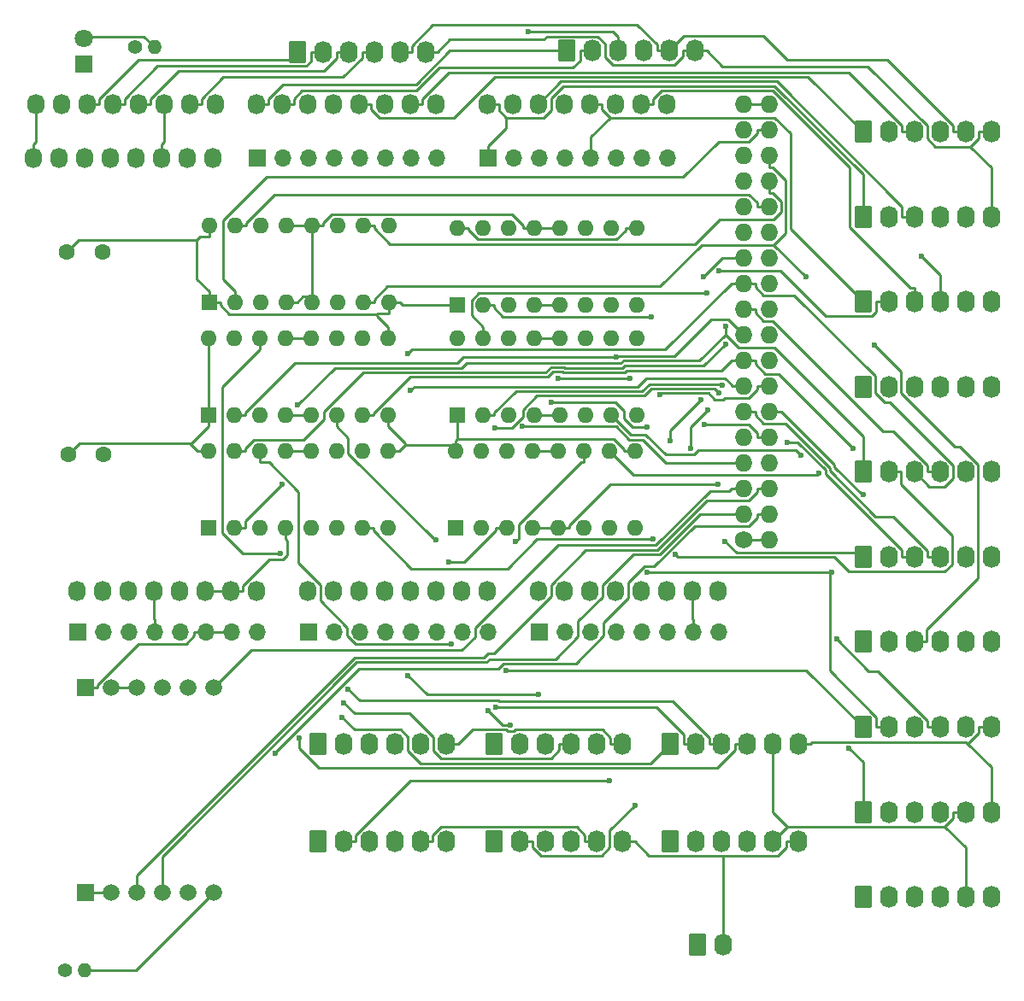
<source format=gbr>
G04 #@! TF.GenerationSoftware,KiCad,Pcbnew,7.0.9*
G04 #@! TF.CreationDate,2024-01-20T11:08:54+10:00*
G04 #@! TF.ProjectId,Front Console 12 Stepper,46726f6e-7420-4436-9f6e-736f6c652031,rev?*
G04 #@! TF.SameCoordinates,Original*
G04 #@! TF.FileFunction,Copper,L1,Top*
G04 #@! TF.FilePolarity,Positive*
%FSLAX46Y46*%
G04 Gerber Fmt 4.6, Leading zero omitted, Abs format (unit mm)*
G04 Created by KiCad (PCBNEW 7.0.9) date 2024-01-20 11:08:54*
%MOMM*%
%LPD*%
G01*
G04 APERTURE LIST*
G04 Aperture macros list*
%AMRoundRect*
0 Rectangle with rounded corners*
0 $1 Rounding radius*
0 $2 $3 $4 $5 $6 $7 $8 $9 X,Y pos of 4 corners*
0 Add a 4 corners polygon primitive as box body*
4,1,4,$2,$3,$4,$5,$6,$7,$8,$9,$2,$3,0*
0 Add four circle primitives for the rounded corners*
1,1,$1+$1,$2,$3*
1,1,$1+$1,$4,$5*
1,1,$1+$1,$6,$7*
1,1,$1+$1,$8,$9*
0 Add four rect primitives between the rounded corners*
20,1,$1+$1,$2,$3,$4,$5,0*
20,1,$1+$1,$4,$5,$6,$7,0*
20,1,$1+$1,$6,$7,$8,$9,0*
20,1,$1+$1,$8,$9,$2,$3,0*%
G04 Aperture macros list end*
G04 #@! TA.AperFunction,ComponentPad*
%ADD10C,1.727200*%
G04 #@! TD*
G04 #@! TA.AperFunction,ComponentPad*
%ADD11O,1.727200X1.727200*%
G04 #@! TD*
G04 #@! TA.AperFunction,ComponentPad*
%ADD12O,1.727200X2.032000*%
G04 #@! TD*
G04 #@! TA.AperFunction,ComponentPad*
%ADD13R,1.800000X1.800000*%
G04 #@! TD*
G04 #@! TA.AperFunction,ComponentPad*
%ADD14C,1.800000*%
G04 #@! TD*
G04 #@! TA.AperFunction,ComponentPad*
%ADD15RoundRect,0.250000X-0.620000X-0.845000X0.620000X-0.845000X0.620000X0.845000X-0.620000X0.845000X0*%
G04 #@! TD*
G04 #@! TA.AperFunction,ComponentPad*
%ADD16O,1.740000X2.190000*%
G04 #@! TD*
G04 #@! TA.AperFunction,ComponentPad*
%ADD17R,1.700000X1.700000*%
G04 #@! TD*
G04 #@! TA.AperFunction,ComponentPad*
%ADD18O,1.700000X1.700000*%
G04 #@! TD*
G04 #@! TA.AperFunction,ComponentPad*
%ADD19R,1.600000X1.600000*%
G04 #@! TD*
G04 #@! TA.AperFunction,ComponentPad*
%ADD20O,1.600000X1.600000*%
G04 #@! TD*
G04 #@! TA.AperFunction,ComponentPad*
%ADD21C,1.400000*%
G04 #@! TD*
G04 #@! TA.AperFunction,ComponentPad*
%ADD22O,1.400000X1.400000*%
G04 #@! TD*
G04 #@! TA.AperFunction,ComponentPad*
%ADD23C,1.600000*%
G04 #@! TD*
G04 #@! TA.AperFunction,ComponentPad*
%ADD24R,1.665000X1.665000*%
G04 #@! TD*
G04 #@! TA.AperFunction,ComponentPad*
%ADD25C,1.665000*%
G04 #@! TD*
G04 #@! TA.AperFunction,ViaPad*
%ADD26C,0.600000*%
G04 #@! TD*
G04 #@! TA.AperFunction,Conductor*
%ADD27C,0.250000*%
G04 #@! TD*
G04 APERTURE END LIST*
D10*
X197358000Y-114046000D03*
D11*
X199898000Y-114046000D03*
X197358000Y-111506000D03*
X199898000Y-111506000D03*
X197358000Y-108966000D03*
X199898000Y-108966000D03*
X197358000Y-106426000D03*
X199898000Y-106426000D03*
X197358000Y-103886000D03*
X199898000Y-103886000D03*
X197358000Y-101346000D03*
X199898000Y-101346000D03*
X197358000Y-98806000D03*
X199898000Y-98806000D03*
X197358000Y-96266000D03*
X199898000Y-96266000D03*
X197358000Y-93726000D03*
X199898000Y-93726000D03*
X197358000Y-91186000D03*
X199898000Y-91186000D03*
X197358000Y-88646000D03*
X199898000Y-88646000D03*
X197358000Y-86106000D03*
X199898000Y-86106000D03*
X197358000Y-83566000D03*
X199898000Y-83566000D03*
X197358000Y-81026000D03*
X199898000Y-81026000D03*
X197358000Y-78486000D03*
X199898000Y-78486000D03*
X197358000Y-75946000D03*
X199898000Y-75946000D03*
X197358000Y-73406000D03*
X199898000Y-73406000D03*
X197358000Y-70866000D03*
X199898000Y-70866000D03*
D12*
X131318000Y-119126000D03*
X133858000Y-119126000D03*
X136398000Y-119126000D03*
X138938000Y-119126000D03*
X141478000Y-119126000D03*
X144018000Y-119126000D03*
X146558000Y-119126000D03*
X149098000Y-119126000D03*
X177038000Y-119126000D03*
X179578000Y-119126000D03*
X182118000Y-119126000D03*
X184658000Y-119126000D03*
X187198000Y-119126000D03*
X189738000Y-119126000D03*
X192278000Y-119126000D03*
X194818000Y-119126000D03*
X127254000Y-70866000D03*
X129794000Y-70866000D03*
X132334000Y-70866000D03*
X134874000Y-70866000D03*
X137414000Y-70866000D03*
X139954000Y-70866000D03*
X142494000Y-70866000D03*
X145034000Y-70866000D03*
X149098000Y-70866000D03*
X151638000Y-70866000D03*
X154178000Y-70866000D03*
X156718000Y-70866000D03*
X159258000Y-70866000D03*
X161798000Y-70866000D03*
X164338000Y-70866000D03*
X166878000Y-70866000D03*
X171958000Y-70866000D03*
X174498000Y-70866000D03*
X177038000Y-70866000D03*
X179578000Y-70866000D03*
X182118000Y-70866000D03*
X184658000Y-70866000D03*
X187198000Y-70866000D03*
X189738000Y-70866000D03*
D13*
X131978400Y-66903600D03*
D14*
X131978400Y-64363600D03*
D15*
X153162000Y-65684400D03*
D16*
X155702000Y-65684400D03*
X158242000Y-65684400D03*
X160782000Y-65684400D03*
X163322000Y-65684400D03*
X165862000Y-65684400D03*
D17*
X172085000Y-76200000D03*
D18*
X174625000Y-76200000D03*
X177165000Y-76200000D03*
X179705000Y-76200000D03*
X182245000Y-76200000D03*
X184785000Y-76200000D03*
X187325000Y-76200000D03*
X189865000Y-76200000D03*
D15*
X209194400Y-115753900D03*
D16*
X211734400Y-115753900D03*
X214274400Y-115753900D03*
X216814400Y-115753900D03*
X219354400Y-115753900D03*
X221894400Y-115753900D03*
D15*
X209194400Y-98904000D03*
D16*
X211734400Y-98904000D03*
X214274400Y-98904000D03*
X216814400Y-98904000D03*
X219354400Y-98904000D03*
X221894400Y-98904000D03*
D17*
X149225000Y-76200000D03*
D18*
X151765000Y-76200000D03*
X154305000Y-76200000D03*
X156845000Y-76200000D03*
X159385000Y-76200000D03*
X161925000Y-76200000D03*
X164465000Y-76200000D03*
X167005000Y-76200000D03*
D19*
X144373600Y-112877600D03*
D20*
X146913600Y-112877600D03*
X149453600Y-112877600D03*
X151993600Y-112877600D03*
X154533600Y-112877600D03*
X157073600Y-112877600D03*
X159613600Y-112877600D03*
X162153600Y-112877600D03*
X162153600Y-105257600D03*
X159613600Y-105257600D03*
X157073600Y-105257600D03*
X154533600Y-105257600D03*
X151993600Y-105257600D03*
X149453600Y-105257600D03*
X146913600Y-105257600D03*
X144373600Y-105257600D03*
D15*
X172694600Y-143916400D03*
D16*
X175234600Y-143916400D03*
X177774600Y-143916400D03*
X180314600Y-143916400D03*
X182854600Y-143916400D03*
X185394600Y-143916400D03*
D17*
X154305000Y-123190000D03*
D18*
X156845000Y-123190000D03*
X159385000Y-123190000D03*
X161925000Y-123190000D03*
X164465000Y-123190000D03*
X167005000Y-123190000D03*
X169545000Y-123190000D03*
X172085000Y-123190000D03*
D15*
X155244800Y-143916400D03*
D16*
X157784800Y-143916400D03*
X160324800Y-143916400D03*
X162864800Y-143916400D03*
X165404800Y-143916400D03*
X167944800Y-143916400D03*
D15*
X155244800Y-134315200D03*
D16*
X157784800Y-134315200D03*
X160324800Y-134315200D03*
X162864800Y-134315200D03*
X165404800Y-134315200D03*
X167944800Y-134315200D03*
D21*
X137109200Y-65227200D03*
D22*
X139009200Y-65227200D03*
D15*
X179832000Y-65582800D03*
D16*
X182372000Y-65582800D03*
X184912000Y-65582800D03*
X187452000Y-65582800D03*
X189992000Y-65582800D03*
X192532000Y-65582800D03*
D23*
X130454400Y-105613200D03*
X133954400Y-105613200D03*
D19*
X168859200Y-112877600D03*
D20*
X171399200Y-112877600D03*
X173939200Y-112877600D03*
X176479200Y-112877600D03*
X179019200Y-112877600D03*
X181559200Y-112877600D03*
X184099200Y-112877600D03*
X186639200Y-112877600D03*
X186639200Y-105257600D03*
X184099200Y-105257600D03*
X181559200Y-105257600D03*
X179019200Y-105257600D03*
X176479200Y-105257600D03*
X173939200Y-105257600D03*
X171399200Y-105257600D03*
X168859200Y-105257600D03*
D12*
X154178000Y-119126000D03*
X156718000Y-119126000D03*
X159258000Y-119126000D03*
X161798000Y-119126000D03*
X164338000Y-119126000D03*
X166878000Y-119126000D03*
X169418000Y-119126000D03*
X171958000Y-119126000D03*
D21*
X130180000Y-156718000D03*
D22*
X132080000Y-156718000D03*
D15*
X209194400Y-141028700D03*
D16*
X211734400Y-141028700D03*
X214274400Y-141028700D03*
X216814400Y-141028700D03*
X219354400Y-141028700D03*
X221894400Y-141028700D03*
D15*
X209194400Y-90479100D03*
D16*
X211734400Y-90479100D03*
X214274400Y-90479100D03*
X216814400Y-90479100D03*
X219354400Y-90479100D03*
X221894400Y-90479100D03*
D15*
X190093600Y-134315200D03*
D16*
X192633600Y-134315200D03*
X195173600Y-134315200D03*
X197713600Y-134315200D03*
X200253600Y-134315200D03*
X202793600Y-134315200D03*
D15*
X192786000Y-154228800D03*
D16*
X195326000Y-154228800D03*
D19*
X169011600Y-90779600D03*
D20*
X171551600Y-90779600D03*
X174091600Y-90779600D03*
X176631600Y-90779600D03*
X179171600Y-90779600D03*
X181711600Y-90779600D03*
X184251600Y-90779600D03*
X186791600Y-90779600D03*
X186791600Y-83159600D03*
X184251600Y-83159600D03*
X181711600Y-83159600D03*
X179171600Y-83159600D03*
X176631600Y-83159600D03*
X174091600Y-83159600D03*
X171551600Y-83159600D03*
X169011600Y-83159600D03*
D19*
X169011600Y-101701600D03*
D20*
X171551600Y-101701600D03*
X174091600Y-101701600D03*
X176631600Y-101701600D03*
X179171600Y-101701600D03*
X181711600Y-101701600D03*
X184251600Y-101701600D03*
X186791600Y-101701600D03*
X186791600Y-94081600D03*
X184251600Y-94081600D03*
X181711600Y-94081600D03*
X179171600Y-94081600D03*
X176631600Y-94081600D03*
X174091600Y-94081600D03*
X171551600Y-94081600D03*
X169011600Y-94081600D03*
D15*
X209194400Y-82054100D03*
D16*
X211734400Y-82054100D03*
X214274400Y-82054100D03*
X216814400Y-82054100D03*
X219354400Y-82054100D03*
X221894400Y-82054100D03*
D24*
X132181600Y-149047200D03*
D25*
X134721600Y-149047200D03*
X137261600Y-149047200D03*
X139801600Y-149047200D03*
X142341600Y-149047200D03*
X144881600Y-149047200D03*
D24*
X132181600Y-128727200D03*
D25*
X134721600Y-128727200D03*
X137261600Y-128727200D03*
X139801600Y-128727200D03*
X142341600Y-128727200D03*
X144881600Y-128727200D03*
D15*
X209194400Y-124178800D03*
D16*
X211734400Y-124178800D03*
X214274400Y-124178800D03*
X216814400Y-124178800D03*
X219354400Y-124178800D03*
X221894400Y-124178800D03*
D23*
X130352800Y-85496400D03*
X133852800Y-85496400D03*
D12*
X127000000Y-76200000D03*
X129540000Y-76200000D03*
X132080000Y-76200000D03*
X134620000Y-76200000D03*
X137160000Y-76200000D03*
X139700000Y-76200000D03*
X142240000Y-76200000D03*
X144780000Y-76200000D03*
D15*
X190093600Y-143916400D03*
D16*
X192633600Y-143916400D03*
X195173600Y-143916400D03*
X197713600Y-143916400D03*
X200253600Y-143916400D03*
X202793600Y-143916400D03*
D15*
X172694600Y-134315200D03*
D16*
X175234600Y-134315200D03*
X177774600Y-134315200D03*
X180314600Y-134315200D03*
X182854600Y-134315200D03*
X185394600Y-134315200D03*
D17*
X177165000Y-123190000D03*
D18*
X179705000Y-123190000D03*
X182245000Y-123190000D03*
X184785000Y-123190000D03*
X187325000Y-123190000D03*
X189865000Y-123190000D03*
X192405000Y-123190000D03*
X194945000Y-123190000D03*
D15*
X209194400Y-73629200D03*
D16*
X211734400Y-73629200D03*
X214274400Y-73629200D03*
X216814400Y-73629200D03*
X219354400Y-73629200D03*
X221894400Y-73629200D03*
D15*
X209194400Y-132603700D03*
D16*
X211734400Y-132603700D03*
X214274400Y-132603700D03*
X216814400Y-132603700D03*
X219354400Y-132603700D03*
X221894400Y-132603700D03*
D19*
X144424400Y-90525600D03*
D20*
X146964400Y-90525600D03*
X149504400Y-90525600D03*
X152044400Y-90525600D03*
X154584400Y-90525600D03*
X157124400Y-90525600D03*
X159664400Y-90525600D03*
X162204400Y-90525600D03*
X162204400Y-82905600D03*
X159664400Y-82905600D03*
X157124400Y-82905600D03*
X154584400Y-82905600D03*
X152044400Y-82905600D03*
X149504400Y-82905600D03*
X146964400Y-82905600D03*
X144424400Y-82905600D03*
D19*
X144373600Y-101701600D03*
D20*
X146913600Y-101701600D03*
X149453600Y-101701600D03*
X151993600Y-101701600D03*
X154533600Y-101701600D03*
X157073600Y-101701600D03*
X159613600Y-101701600D03*
X162153600Y-101701600D03*
X162153600Y-94081600D03*
X159613600Y-94081600D03*
X157073600Y-94081600D03*
X154533600Y-94081600D03*
X151993600Y-94081600D03*
X149453600Y-94081600D03*
X146913600Y-94081600D03*
X144373600Y-94081600D03*
D15*
X209194400Y-149453600D03*
D16*
X211734400Y-149453600D03*
X214274400Y-149453600D03*
X216814400Y-149453600D03*
X219354400Y-149453600D03*
X221894400Y-149453600D03*
D17*
X131445000Y-123190000D03*
D18*
X133985000Y-123190000D03*
X136525000Y-123190000D03*
X139065000Y-123190000D03*
X141605000Y-123190000D03*
X144145000Y-123190000D03*
X146685000Y-123190000D03*
X149225000Y-123190000D03*
D15*
X209194400Y-107328900D03*
D16*
X211734400Y-107328900D03*
X214274400Y-107328900D03*
X216814400Y-107328900D03*
X219354400Y-107328900D03*
X221894400Y-107328900D03*
D26*
X194863100Y-108586800D03*
X176032800Y-63676200D03*
X214948400Y-85989200D03*
X194900500Y-87376000D03*
X150998300Y-135237600D03*
X195226500Y-98711500D03*
X207826100Y-134737100D03*
X203033700Y-105678900D03*
X189077000Y-99693200D03*
X193736300Y-89625500D03*
X209197100Y-109610500D03*
X173842400Y-126994000D03*
X206101600Y-117317800D03*
X187817900Y-117317800D03*
X204833900Y-107467000D03*
X206592700Y-123909500D03*
X172719900Y-102971600D03*
X194942200Y-99534500D03*
X203518900Y-87998700D03*
X210292300Y-94744300D03*
X201719100Y-104369800D03*
X164395100Y-99231700D03*
X208223400Y-105007100D03*
X184735000Y-95941100D03*
X195556600Y-114200800D03*
X195617700Y-94641300D03*
X164115300Y-95580500D03*
X188397800Y-113973100D03*
X193170500Y-100143500D03*
X190598700Y-115508500D03*
X193409000Y-87979600D03*
X190128700Y-104212300D03*
X153175600Y-100718500D03*
X195574700Y-92880800D03*
X151652500Y-108556500D03*
X188234000Y-91923500D03*
X193525200Y-102666100D03*
X175464000Y-102827000D03*
X168180500Y-116240300D03*
X184124500Y-137937700D03*
X174794900Y-114256000D03*
X157589600Y-131649900D03*
X172859300Y-130628200D03*
X158207900Y-128844700D03*
X153326000Y-133726700D03*
X186593800Y-140396000D03*
X187772500Y-102847200D03*
X178292500Y-100437900D03*
X192089300Y-104976800D03*
X193808800Y-101176200D03*
X186119600Y-98049600D03*
X178965600Y-98049600D03*
X172055100Y-130993800D03*
X166904300Y-114065000D03*
X174298200Y-132421300D03*
X177028400Y-129425500D03*
X164100700Y-127510500D03*
X157776700Y-130216700D03*
X151462900Y-115375300D03*
X168450500Y-124392100D03*
D27*
X131978400Y-64363600D02*
X132180800Y-64161200D01*
X132180800Y-64161200D02*
X137943200Y-64161200D01*
X137943200Y-64161200D02*
X139009200Y-65227200D01*
X154584400Y-82905600D02*
X154584400Y-89400300D01*
X147746900Y-118632000D02*
X150378300Y-116000600D01*
X133339400Y-128437600D02*
X137411700Y-124365300D01*
X175506300Y-83159600D02*
X175506300Y-82878300D01*
X151993600Y-94081600D02*
X154533600Y-94081600D01*
X155709700Y-82624200D02*
X155709700Y-82905600D01*
X176631600Y-90779600D02*
X179171600Y-90779600D01*
X175506300Y-82878300D02*
X174408300Y-81780300D01*
X180144500Y-112877600D02*
X180144500Y-112596300D01*
X156553600Y-81780300D02*
X155709700Y-82624200D01*
X154533600Y-101701600D02*
X151993600Y-101701600D01*
X179171600Y-101701600D02*
X176631600Y-101701600D01*
X153732400Y-89962900D02*
X153169700Y-90525600D01*
X147746900Y-119126000D02*
X147746900Y-118632000D01*
X133339400Y-128727200D02*
X133339400Y-128437600D01*
X154584400Y-90525600D02*
X154584400Y-89962900D01*
X176631600Y-94081600D02*
X179171600Y-94081600D01*
X180144500Y-112596300D02*
X184154000Y-108586800D01*
X152154600Y-114163900D02*
X151993600Y-114002900D01*
X144145000Y-123190000D02*
X142969700Y-123190000D01*
X151993600Y-112877600D02*
X151993600Y-114002900D01*
X179171600Y-83159600D02*
X176631600Y-83159600D01*
X154584400Y-89962900D02*
X154584400Y-89400300D01*
X134721600Y-149047200D02*
X132181600Y-149047200D01*
X154584400Y-82905600D02*
X155709700Y-82905600D01*
X152044400Y-82905600D02*
X154584400Y-82905600D01*
X144018000Y-119126000D02*
X146558000Y-119126000D01*
X142161800Y-124365300D02*
X142969700Y-123557400D01*
X152154600Y-115568000D02*
X152154600Y-114163900D01*
X174408300Y-81780300D02*
X156553600Y-81780300D01*
X151722000Y-116000600D02*
X152154600Y-115568000D01*
X179019200Y-105257600D02*
X176479200Y-105257600D01*
X146685000Y-123190000D02*
X144145000Y-123190000D01*
X176479200Y-112877600D02*
X179019200Y-112877600D01*
X132181600Y-128727200D02*
X133339400Y-128727200D01*
X137411700Y-124365300D02*
X142161800Y-124365300D01*
X142969700Y-123557400D02*
X142969700Y-123190000D01*
X176631600Y-83159600D02*
X175506300Y-83159600D01*
X152044400Y-90525600D02*
X153169700Y-90525600D01*
X184154000Y-108586800D02*
X194863100Y-108586800D01*
X151993600Y-105257600D02*
X154533600Y-105257600D01*
X199898000Y-114046000D02*
X197358000Y-114046000D01*
X179019200Y-112877600D02*
X180144500Y-112877600D01*
X146558000Y-119126000D02*
X147746900Y-119126000D01*
X150378300Y-116000600D02*
X151722000Y-116000600D01*
X154584400Y-89962900D02*
X153732400Y-89962900D01*
X186639200Y-105257600D02*
X185513900Y-105257600D01*
X131486300Y-84362900D02*
X143228400Y-84362900D01*
X143560400Y-84030900D02*
X143228400Y-84362900D01*
X143228400Y-88204300D02*
X144424400Y-89400300D01*
X185666300Y-83159600D02*
X185666300Y-83427100D01*
X131612000Y-104455600D02*
X130454400Y-105613200D01*
X185513900Y-105060400D02*
X185513900Y-105257600D01*
X161042700Y-91687300D02*
X161079100Y-91650900D01*
X161079100Y-91650900D02*
X162204400Y-91650900D01*
X146430100Y-91687300D02*
X161042700Y-91687300D01*
X186791600Y-83159600D02*
X185666300Y-83159600D01*
X144424400Y-89962900D02*
X144424400Y-90525600D01*
X163841600Y-104694900D02*
X163278900Y-105257600D01*
X145549700Y-90806900D02*
X146430100Y-91687300D01*
X169011600Y-104093100D02*
X184546600Y-104093100D01*
X162204400Y-90525600D02*
X163329700Y-90525600D01*
X168859200Y-105257600D02*
X168859200Y-104694900D01*
X144424400Y-82905600D02*
X144424400Y-84030900D01*
X161042700Y-91845400D02*
X162153600Y-92956300D01*
X169011600Y-102826900D02*
X169011600Y-104093100D01*
X163583700Y-90779600D02*
X163329700Y-90525600D01*
X184546600Y-104093100D02*
X185513900Y-105060400D01*
X144373600Y-105257600D02*
X143248300Y-105257600D01*
X142446300Y-104455600D02*
X131612000Y-104455600D01*
X162204400Y-90525600D02*
X162204400Y-91650900D01*
X162153600Y-105257600D02*
X163278900Y-105257600D01*
X130352800Y-85496400D02*
X131486300Y-84362900D01*
X170136900Y-83354400D02*
X170136900Y-83159600D01*
X169011600Y-101701600D02*
X169011600Y-102826900D01*
X161042700Y-91687300D02*
X161042700Y-91845400D01*
X171071300Y-84288800D02*
X170136900Y-83354400D01*
X163841600Y-104694900D02*
X163841600Y-104514900D01*
X168859200Y-104694900D02*
X168859200Y-104245500D01*
X163841600Y-104514900D02*
X162153600Y-102826900D01*
X144424400Y-90525600D02*
X145549700Y-90525600D01*
X162153600Y-101701600D02*
X162153600Y-102826900D01*
X144373600Y-102826900D02*
X142595600Y-104604900D01*
X143228400Y-84362900D02*
X143228400Y-88204300D01*
X144373600Y-101701600D02*
X144373600Y-102826900D01*
X185666300Y-83427100D02*
X184804600Y-84288800D01*
X168859200Y-104694900D02*
X163841600Y-104694900D01*
X169011600Y-83159600D02*
X170136900Y-83159600D01*
X142595600Y-104604900D02*
X142446300Y-104455600D01*
X184804600Y-84288800D02*
X171071300Y-84288800D01*
X144424400Y-89962900D02*
X144424400Y-89400300D01*
X143248300Y-105257600D02*
X142595600Y-104604900D01*
X144424400Y-84030900D02*
X143560400Y-84030900D01*
X144373600Y-101701600D02*
X144373600Y-94081600D01*
X162153600Y-94081600D02*
X162153600Y-92956300D01*
X169011600Y-90779600D02*
X163583700Y-90779600D01*
X168859200Y-104245500D02*
X169011600Y-104093100D01*
X145549700Y-90525600D02*
X145549700Y-90806900D01*
X207765000Y-67717500D02*
X213079100Y-73031600D01*
X165526900Y-70866000D02*
X165526900Y-70345900D01*
X168155300Y-67717500D02*
X207765000Y-67717500D01*
X214274400Y-73629200D02*
X213079100Y-73629200D01*
X213079100Y-73031600D02*
X213079100Y-73629200D01*
X164338000Y-70866000D02*
X165526900Y-70866000D01*
X165526900Y-70345900D02*
X168155300Y-67717500D01*
X200689000Y-68618100D02*
X213079100Y-81008200D01*
X214274400Y-82054100D02*
X213079100Y-82054100D01*
X213079100Y-81008200D02*
X213079100Y-82054100D01*
X179285900Y-68618100D02*
X200689000Y-68618100D01*
X177038000Y-70866000D02*
X179285900Y-68618100D01*
X173855600Y-72207400D02*
X177576200Y-72207400D01*
X209194400Y-77830500D02*
X209194400Y-82054100D01*
X200432300Y-69068400D02*
X209194400Y-77830500D01*
X173855600Y-72207400D02*
X173855600Y-73254100D01*
X173146900Y-71498700D02*
X173855600Y-72207400D01*
X178308000Y-71475600D02*
X178308000Y-70294400D01*
X179534000Y-69068400D02*
X200432300Y-69068400D01*
X172085000Y-76200000D02*
X172085000Y-75024700D01*
X173146900Y-70866000D02*
X173146900Y-71498700D01*
X177576200Y-72207400D02*
X178308000Y-71475600D01*
X178308000Y-70294400D02*
X179534000Y-69068400D01*
X171958000Y-70866000D02*
X173146900Y-70866000D01*
X173855600Y-73254100D02*
X172085000Y-75024700D01*
X164967400Y-68906800D02*
X168291400Y-65582800D01*
X151726000Y-68906800D02*
X164967400Y-68906800D01*
X168291400Y-65582800D02*
X179832000Y-65582800D01*
X150286900Y-70345900D02*
X151726000Y-68906800D01*
X150286900Y-70866000D02*
X150286900Y-70345900D01*
X149098000Y-70866000D02*
X150286900Y-70866000D01*
X139065000Y-123190000D02*
X139065000Y-122014700D01*
X137261600Y-128727200D02*
X134721600Y-128727200D01*
X138938000Y-121887700D02*
X138938000Y-119126000D01*
X139065000Y-122014700D02*
X138938000Y-121887700D01*
X137414000Y-70866000D02*
X138602900Y-70866000D01*
X157046700Y-65684400D02*
X157046700Y-66282000D01*
X155772700Y-67556000D02*
X141392800Y-67556000D01*
X141392800Y-67556000D02*
X138602900Y-70345900D01*
X138602900Y-70345900D02*
X138602900Y-70866000D01*
X158242000Y-65684400D02*
X157046700Y-65684400D01*
X157046700Y-66282000D02*
X155772700Y-67556000D01*
X154506700Y-65684400D02*
X154506700Y-66655600D01*
X136062900Y-70345900D02*
X136062900Y-70866000D01*
X139303200Y-67105600D02*
X136062900Y-70345900D01*
X154506700Y-66655600D02*
X154056700Y-67105600D01*
X134874000Y-70866000D02*
X136062900Y-70866000D01*
X154056700Y-67105600D02*
X139303200Y-67105600D01*
X155702000Y-65684400D02*
X154506700Y-65684400D01*
X137415000Y-66453800D02*
X133522900Y-70345900D01*
X133522900Y-70345900D02*
X133522900Y-70866000D01*
X132334000Y-70866000D02*
X133522900Y-70866000D01*
X152392600Y-66453800D02*
X137415000Y-66453800D01*
X153162000Y-65684400D02*
X152392600Y-66453800D01*
X160446900Y-70866000D02*
X160446900Y-71386100D01*
X203733000Y-68167800D02*
X209194400Y-73629200D01*
X160446900Y-71386100D02*
X161291900Y-72231100D01*
X161291900Y-72231100D02*
X168648200Y-72231100D01*
X172711500Y-68167800D02*
X203733000Y-68167800D01*
X168648200Y-72231100D02*
X172711500Y-68167800D01*
X159258000Y-70866000D02*
X160446900Y-70866000D01*
X184425700Y-63676200D02*
X184912000Y-64162500D01*
X184912000Y-65582800D02*
X184912000Y-64162500D01*
X176032800Y-63676200D02*
X184425700Y-63676200D01*
X164986500Y-69524600D02*
X167244000Y-67267100D01*
X153648200Y-69524600D02*
X164986500Y-69524600D01*
X167244000Y-67267100D02*
X180463600Y-67267100D01*
X182372000Y-65582800D02*
X181176700Y-65582800D01*
X151638000Y-70866000D02*
X152826900Y-70866000D01*
X181176700Y-66554000D02*
X181176700Y-65582800D01*
X152826900Y-70866000D02*
X152826900Y-70345900D01*
X180463600Y-67267100D02*
X181176700Y-66554000D01*
X152826900Y-70345900D02*
X153648200Y-69524600D01*
X214948400Y-85989200D02*
X216814400Y-87855200D01*
X216814400Y-87855200D02*
X216814400Y-90479100D01*
X207907600Y-83079200D02*
X213887200Y-89058800D01*
X214274400Y-90479100D02*
X214274400Y-89058800D01*
X200245700Y-69518700D02*
X207907600Y-77180600D01*
X207907600Y-77180600D02*
X207907600Y-83079200D01*
X188386900Y-70866000D02*
X188386900Y-70345900D01*
X187198000Y-70866000D02*
X188386900Y-70866000D01*
X213887200Y-89058800D02*
X214274400Y-89058800D01*
X189214100Y-69518700D02*
X200245700Y-69518700D01*
X188386900Y-70345900D02*
X189214100Y-69518700D01*
X201011400Y-87376000D02*
X205535800Y-91900400D01*
X211734400Y-90479100D02*
X210539100Y-90479100D01*
X194900500Y-87376000D02*
X201011400Y-87376000D01*
X210539100Y-91450300D02*
X210539100Y-90479100D01*
X210089000Y-91900400D02*
X210539100Y-91450300D01*
X205535800Y-91900400D02*
X210089000Y-91900400D01*
X193064900Y-111506000D02*
X189049300Y-115521600D01*
X197358000Y-111506000D02*
X196169100Y-111506000D01*
X171881300Y-126209600D02*
X159055400Y-126209600D01*
X183388000Y-118551000D02*
X183388000Y-119726200D01*
X183388000Y-119726200D02*
X180975000Y-122139200D01*
X186417400Y-115521600D02*
X183388000Y-118551000D01*
X180975000Y-123669700D02*
X178753400Y-125891300D01*
X139801600Y-145463400D02*
X139801600Y-149047200D01*
X180975000Y-122139200D02*
X180975000Y-123669700D01*
X196169100Y-111506000D02*
X193064900Y-111506000D01*
X189049300Y-115521600D02*
X186417400Y-115521600D01*
X172199600Y-125891300D02*
X171881300Y-126209600D01*
X178753400Y-125891300D02*
X172199600Y-125891300D01*
X159055400Y-126209600D02*
X139801600Y-145463400D01*
X198709100Y-111506000D02*
X198709100Y-111877700D01*
X150998300Y-135127300D02*
X150998300Y-135237600D01*
X173583400Y-126348000D02*
X173046300Y-126885100D01*
X198709100Y-111877700D02*
X197891800Y-112695000D01*
X185928000Y-118323400D02*
X185928000Y-119842600D01*
X173046300Y-126885100D02*
X159240500Y-126885100D01*
X192512800Y-112695000D02*
X188515300Y-116692500D01*
X187558900Y-116692500D02*
X185928000Y-118323400D01*
X159240500Y-126885100D02*
X150998300Y-135127300D01*
X188515300Y-116692500D02*
X187558900Y-116692500D01*
X183515000Y-123582400D02*
X180749400Y-126348000D01*
X185928000Y-119842600D02*
X183515000Y-122255600D01*
X183515000Y-122255600D02*
X183515000Y-123582400D01*
X180749400Y-126348000D02*
X173583400Y-126348000D01*
X199898000Y-111506000D02*
X198709100Y-111506000D01*
X197891800Y-112695000D02*
X192512800Y-112695000D01*
X199898000Y-70866000D02*
X197358000Y-70866000D01*
X188698700Y-114598400D02*
X194085000Y-109212100D01*
X169470200Y-125017400D02*
X170815000Y-123672600D01*
X194085000Y-109212100D02*
X195923000Y-109212100D01*
X178998300Y-114598400D02*
X188698700Y-114598400D01*
X195923000Y-109212100D02*
X196169100Y-108966000D01*
X144881600Y-128727200D02*
X148591400Y-125017400D01*
X197358000Y-108966000D02*
X196169100Y-108966000D01*
X170815000Y-123672600D02*
X170815000Y-122781700D01*
X170815000Y-122781700D02*
X178998300Y-114598400D01*
X148591400Y-125017400D02*
X169470200Y-125017400D01*
X172052100Y-125309000D02*
X172688900Y-125309000D01*
X198709100Y-109337600D02*
X198709100Y-108966000D01*
X171602000Y-125759100D02*
X172052100Y-125309000D01*
X181758900Y-115071200D02*
X188862800Y-115071200D01*
X137261600Y-149047200D02*
X137261600Y-147342600D01*
X178308000Y-119689900D02*
X178308000Y-118522100D01*
X199898000Y-108966000D02*
X198709100Y-108966000D01*
X197891800Y-110154900D02*
X198709100Y-109337600D01*
X137261600Y-147342600D02*
X158845100Y-125759100D01*
X193779100Y-110154900D02*
X197891800Y-110154900D01*
X178308000Y-118522100D02*
X181758900Y-115071200D01*
X188862800Y-115071200D02*
X193779100Y-110154900D01*
X172688900Y-125309000D02*
X178308000Y-119689900D01*
X158845100Y-125759100D02*
X171602000Y-125759100D01*
X137210800Y-156718000D02*
X132080000Y-156718000D01*
X144881600Y-149047200D02*
X137210800Y-156718000D01*
X182118000Y-70866000D02*
X183306900Y-70866000D01*
X183306900Y-70866000D02*
X183306900Y-71386100D01*
X200424200Y-72216900D02*
X201999900Y-73792600D01*
X183306900Y-71386100D02*
X184137700Y-72216900D01*
X201999900Y-83284600D02*
X209194400Y-90479100D01*
X184137700Y-72216900D02*
X200424200Y-72216900D01*
X182245000Y-76200000D02*
X182245000Y-74109600D01*
X182245000Y-74109600D02*
X184137700Y-72216900D01*
X201999900Y-73792600D02*
X201999900Y-83284600D01*
X211637500Y-66510000D02*
X201738000Y-66510000D01*
X163322000Y-65684400D02*
X164517300Y-65684400D01*
X218159100Y-73629200D02*
X218159100Y-73031600D01*
X186834400Y-63022900D02*
X166581100Y-63022900D01*
X165404800Y-143916400D02*
X166600100Y-143916400D01*
X201674100Y-142495900D02*
X200253600Y-141075400D01*
X219354400Y-141028700D02*
X218159100Y-141028700D01*
X219354400Y-73629200D02*
X218159100Y-73629200D01*
X166581100Y-63022900D02*
X164517300Y-65086700D01*
X200253600Y-141075400D02*
X200253600Y-134315200D01*
X182854600Y-143916400D02*
X181659300Y-143916400D01*
X164517300Y-65086700D02*
X164517300Y-65684400D01*
X217289500Y-142495900D02*
X219354400Y-144560800D01*
X217289500Y-142495900D02*
X201674100Y-142495900D01*
X180830400Y-142489900D02*
X167428900Y-142489900D01*
X167428900Y-142489900D02*
X166600100Y-143318700D01*
X218159100Y-141626300D02*
X217289500Y-142495900D01*
X219354400Y-144560800D02*
X219354400Y-149453600D01*
X201674100Y-142495900D02*
X200253600Y-143916400D01*
X201738000Y-66510000D02*
X199358900Y-64130900D01*
X218159100Y-73031600D02*
X211637500Y-66510000D01*
X188796700Y-64985200D02*
X186834400Y-63022900D01*
X181659300Y-143318800D02*
X180830400Y-142489900D01*
X188796700Y-65582800D02*
X188796700Y-64985200D01*
X189992000Y-65582800D02*
X188796700Y-65582800D01*
X166600100Y-143318700D02*
X166600100Y-143916400D01*
X218159100Y-141028700D02*
X218159100Y-141626300D01*
X199358900Y-64130900D02*
X191443900Y-64130900D01*
X191443900Y-64130900D02*
X189992000Y-65582800D01*
X181659300Y-143916400D02*
X181659300Y-143318800D01*
X200764700Y-145347600D02*
X195326000Y-145347600D01*
X201598300Y-143916400D02*
X201598300Y-144514000D01*
X184410300Y-67015200D02*
X183642000Y-66246900D01*
X188021100Y-145347600D02*
X186589900Y-143916400D01*
X220699100Y-133201300D02*
X219585200Y-134315200D01*
X195326000Y-145347600D02*
X188021100Y-145347600D01*
X185394600Y-143916400D02*
X186589900Y-143916400D01*
X215544400Y-74300000D02*
X216326200Y-75081800D01*
X204192300Y-134111800D02*
X203988900Y-134315200D01*
X177600300Y-64489100D02*
X168252600Y-64489100D01*
X192532000Y-65582800D02*
X193727300Y-65582800D01*
X190501900Y-67015200D02*
X184410300Y-67015200D01*
X174039200Y-133046600D02*
X174587600Y-133046600D01*
X185394600Y-134315200D02*
X184199300Y-134315200D01*
X182893200Y-64153900D02*
X177935500Y-64153900D01*
X221894400Y-82054100D02*
X221894400Y-77132100D01*
X221894400Y-77132100D02*
X219844100Y-75081800D01*
X215544400Y-72978600D02*
X215544400Y-74300000D01*
X221894400Y-132603700D02*
X220699100Y-132603700D01*
X220699100Y-132603700D02*
X220699100Y-133201300D01*
X193727300Y-65582800D02*
X195263800Y-67119300D01*
X219844100Y-75081800D02*
X220699100Y-74226800D01*
X220699100Y-74226800D02*
X220699100Y-73629200D01*
X201598300Y-144514000D02*
X200764700Y-145347600D01*
X165862000Y-65684400D02*
X167057300Y-65684400D01*
X202793600Y-134315200D02*
X203988900Y-134315200D01*
X168252600Y-64489100D02*
X167057300Y-65684400D01*
X219585200Y-134315200D02*
X221894400Y-136624400D01*
X183374500Y-132892800D02*
X184199300Y-133717600D01*
X209685100Y-67119300D02*
X215544400Y-72978600D01*
X174587600Y-133046600D02*
X174741400Y-132892800D01*
X191336700Y-66180400D02*
X190501900Y-67015200D01*
X195326000Y-145347600D02*
X195326000Y-154228800D01*
X167944800Y-134315200D02*
X169140100Y-134315200D01*
X173877700Y-132885100D02*
X174039200Y-133046600D01*
X195263800Y-67119300D02*
X209685100Y-67119300D01*
X202793600Y-143916400D02*
X201598300Y-143916400D01*
X174741400Y-132892800D02*
X183374500Y-132892800D01*
X183642000Y-64902700D02*
X182893200Y-64153900D01*
X191336700Y-65582800D02*
X191336700Y-66180400D01*
X221894400Y-73629200D02*
X220699100Y-73629200D01*
X221894400Y-136624400D02*
X221894400Y-141028700D01*
X169140100Y-134315200D02*
X170570200Y-132885100D01*
X183642000Y-66246900D02*
X183642000Y-64902700D01*
X170570200Y-132885100D02*
X173877700Y-132885100D01*
X192532000Y-65582800D02*
X191336700Y-65582800D01*
X219381800Y-134111800D02*
X204192300Y-134111800D01*
X177935500Y-64153900D02*
X177600300Y-64489100D01*
X184199300Y-133717600D02*
X184199300Y-134315200D01*
X219585200Y-134315200D02*
X219381800Y-134111800D01*
X216326200Y-75081800D02*
X219844100Y-75081800D01*
X127000000Y-74858700D02*
X127254000Y-74604700D01*
X127000000Y-76200000D02*
X127000000Y-74858700D01*
X127254000Y-74604700D02*
X127254000Y-70866000D01*
X142494000Y-70866000D02*
X143682900Y-70866000D01*
X159586700Y-65684400D02*
X159586700Y-66281700D01*
X143682900Y-70345900D02*
X143682900Y-70866000D01*
X157674700Y-68193700D02*
X145835100Y-68193700D01*
X160782000Y-65684400D02*
X159586700Y-65684400D01*
X145835100Y-68193700D02*
X143682900Y-70345900D01*
X159586700Y-66281700D02*
X157674700Y-68193700D01*
X139700000Y-76200000D02*
X139700000Y-74858700D01*
X139954000Y-74604700D02*
X139954000Y-70866000D01*
X139700000Y-74858700D02*
X139954000Y-74604700D01*
X195132400Y-98617400D02*
X195226500Y-98711500D01*
X172676900Y-101701600D02*
X172676900Y-101474500D01*
X188054000Y-98617400D02*
X195132400Y-98617400D01*
X209194400Y-136105400D02*
X207826100Y-134737100D01*
X187343300Y-99328100D02*
X188054000Y-98617400D01*
X174823300Y-99328100D02*
X187343300Y-99328100D01*
X171551600Y-101701600D02*
X172676900Y-101701600D01*
X172676900Y-101474500D02*
X174823300Y-99328100D01*
X209194400Y-141028700D02*
X209194400Y-136105400D01*
X184251600Y-101701600D02*
X186194600Y-103644600D01*
X186194600Y-103644600D02*
X187685500Y-103644600D01*
X189660900Y-105620000D02*
X192494900Y-105620000D01*
X192903100Y-105211800D02*
X202566600Y-105211800D01*
X202566600Y-105211800D02*
X203033700Y-105678900D01*
X187685500Y-103644600D02*
X189660900Y-105620000D01*
X192494900Y-105620000D02*
X192903100Y-105211800D01*
X198709100Y-99177500D02*
X198709100Y-98806000D01*
X193868800Y-99518100D02*
X194521800Y-100171100D01*
X195524000Y-100009800D02*
X197876800Y-100009800D01*
X197876800Y-100009800D02*
X198709100Y-99177500D01*
X199898000Y-98806000D02*
X198709100Y-98806000D01*
X189252100Y-99518100D02*
X193868800Y-99518100D01*
X189077000Y-99693200D02*
X189252100Y-99518100D01*
X194521800Y-100171100D02*
X195362700Y-100171100D01*
X195362700Y-100171100D02*
X195524000Y-100009800D01*
X171551600Y-92956300D02*
X170426300Y-91831000D01*
X170426300Y-90313300D02*
X171114100Y-89625500D01*
X206380800Y-106639900D02*
X201086900Y-101346000D01*
X171551600Y-94081600D02*
X171551600Y-92956300D01*
X199898000Y-101346000D02*
X201086900Y-101346000D01*
X209123500Y-109610500D02*
X206380800Y-106867800D01*
X209197100Y-109610500D02*
X209123500Y-109610500D01*
X170426300Y-91831000D02*
X170426300Y-90313300D01*
X206380800Y-106867800D02*
X206380800Y-106639900D01*
X171114100Y-89625500D02*
X193736300Y-89625500D01*
X209194400Y-132603700D02*
X203584700Y-126994000D01*
X203584700Y-126994000D02*
X173842400Y-126994000D01*
X205927700Y-117317800D02*
X206101600Y-117317800D01*
X210539100Y-131632500D02*
X210539100Y-132603700D01*
X205927700Y-117317800D02*
X205927700Y-127021100D01*
X205927700Y-127021100D02*
X210539100Y-131632500D01*
X211734400Y-132603700D02*
X210539100Y-132603700D01*
X187817900Y-117317800D02*
X205927700Y-117317800D01*
X184099200Y-105257600D02*
X186460200Y-107618600D01*
X204682300Y-107618600D02*
X204833900Y-107467000D01*
X186460200Y-107618600D02*
X204682300Y-107618600D01*
X209767000Y-127083800D02*
X206592700Y-123909500D01*
X175506200Y-101889500D02*
X175506200Y-101160100D01*
X176887800Y-99778500D02*
X187529800Y-99778500D01*
X172719900Y-102971600D02*
X174424100Y-102971600D01*
X174424100Y-102971600D02*
X175506200Y-101889500D01*
X187529800Y-99778500D02*
X188240500Y-99067800D01*
X175506200Y-101160100D02*
X176887800Y-99778500D01*
X188240500Y-99067800D02*
X194475500Y-99067800D01*
X215619100Y-132603700D02*
X215619100Y-132006100D01*
X215619100Y-132006100D02*
X210696800Y-127083800D01*
X216814400Y-132603700D02*
X215619100Y-132603700D01*
X194475500Y-99067800D02*
X194942200Y-99534500D01*
X210696800Y-127083800D02*
X209767000Y-127083800D01*
X197891800Y-74594900D02*
X198709100Y-73777600D01*
X145820100Y-88256000D02*
X145820100Y-82423600D01*
X145820100Y-82423600D02*
X150140900Y-78102800D01*
X146964400Y-90525600D02*
X146964400Y-89400300D01*
X146964400Y-89400300D02*
X145820100Y-88256000D01*
X198709100Y-73777600D02*
X198709100Y-73406000D01*
X150140900Y-78102800D02*
X191382300Y-78102800D01*
X194890200Y-74594900D02*
X197891800Y-74594900D01*
X199898000Y-73406000D02*
X198709100Y-73406000D01*
X191382300Y-78102800D02*
X194890200Y-74594900D01*
X160789700Y-90244300D02*
X160789700Y-90525600D01*
X199898000Y-75946000D02*
X199898000Y-77134900D01*
X201549500Y-83642700D02*
X201549500Y-78414900D01*
X200269500Y-77134900D02*
X199898000Y-77134900D01*
X201549500Y-78414900D02*
X200269500Y-77134900D01*
X200356200Y-84836000D02*
X201549500Y-83642700D01*
X162083900Y-88950100D02*
X160789700Y-90244300D01*
X203518900Y-87998700D02*
X200356200Y-84836000D01*
X193230100Y-84836000D02*
X189116000Y-88950100D01*
X200356200Y-84836000D02*
X193230100Y-84836000D01*
X189116000Y-88950100D02*
X162083900Y-88950100D01*
X159664400Y-90525600D02*
X160789700Y-90525600D01*
X212929800Y-97381800D02*
X212929800Y-99490000D01*
X218817200Y-104871200D02*
X220567900Y-106621900D01*
X218311000Y-104871200D02*
X218817200Y-104871200D01*
X214274400Y-124178800D02*
X215469700Y-124178800D01*
X200269600Y-79674900D02*
X199898000Y-79674900D01*
X192570700Y-84739600D02*
X195014300Y-82296000D01*
X201086900Y-81580300D02*
X201086900Y-80492200D01*
X201086900Y-80492200D02*
X200269600Y-79674900D01*
X162342400Y-84739600D02*
X192570700Y-84739600D01*
X212929800Y-99490000D02*
X218311000Y-104871200D01*
X195014300Y-82296000D02*
X200371200Y-82296000D01*
X220567900Y-117885300D02*
X215469700Y-122983500D01*
X160789700Y-82905600D02*
X160789700Y-83186900D01*
X220567900Y-106621900D02*
X220567900Y-117885300D01*
X199898000Y-78486000D02*
X199898000Y-79674900D01*
X215469700Y-122983500D02*
X215469700Y-124178800D01*
X160789700Y-83186900D02*
X162342400Y-84739600D01*
X210292300Y-94744300D02*
X212929800Y-97381800D01*
X200371200Y-82296000D02*
X201086900Y-81580300D01*
X159664400Y-82905600D02*
X160789700Y-82905600D01*
X150876900Y-79837100D02*
X197891800Y-79837100D01*
X146964400Y-82905600D02*
X148089700Y-82905600D01*
X148089700Y-82624300D02*
X150876900Y-79837100D01*
X198709100Y-80654400D02*
X198709100Y-81026000D01*
X199898000Y-81026000D02*
X198709100Y-81026000D01*
X197891800Y-79837100D02*
X198709100Y-80654400D01*
X148089700Y-82905600D02*
X148089700Y-82624300D01*
X215619100Y-115753900D02*
X215619100Y-115156300D01*
X216814400Y-115753900D02*
X215619100Y-115753900D01*
X215619100Y-115156300D02*
X212201900Y-111739100D01*
X198546900Y-101717600D02*
X198546900Y-101346000D01*
X210440100Y-111739100D02*
X205930500Y-107229500D01*
X197358000Y-101346000D02*
X198546900Y-101346000D01*
X205930500Y-107229500D02*
X205930500Y-106961900D01*
X212201900Y-111739100D02*
X210440100Y-111739100D01*
X205930500Y-106961900D02*
X201503500Y-102534900D01*
X199364200Y-102534900D02*
X198546900Y-101717600D01*
X201503500Y-102534900D02*
X199364200Y-102534900D01*
X213079100Y-115104200D02*
X213079100Y-115753900D01*
X202701300Y-104369800D02*
X205480200Y-107148700D01*
X187714400Y-98055000D02*
X186891700Y-98877700D01*
X164749100Y-98877700D02*
X164395100Y-99231700D01*
X205480200Y-107148700D02*
X205480200Y-107505300D01*
X197358000Y-98806000D02*
X196169100Y-98806000D01*
X186891700Y-98877700D02*
X164749100Y-98877700D01*
X196169100Y-98806000D02*
X196169100Y-98682800D01*
X201719100Y-104369800D02*
X202701300Y-104369800D01*
X196169100Y-98682800D02*
X195541300Y-98055000D01*
X214274400Y-115753900D02*
X213079100Y-115753900D01*
X195541300Y-98055000D02*
X187714400Y-98055000D01*
X205480200Y-107505300D02*
X213079100Y-115104200D01*
X177966100Y-97917300D02*
X164318900Y-97917300D01*
X197358000Y-96266000D02*
X198546900Y-96266000D01*
X200833300Y-97617000D02*
X208223400Y-105007100D01*
X179514900Y-97467000D02*
X179442300Y-97394400D01*
X197358000Y-96266000D02*
X196169100Y-96266000D01*
X195168500Y-97266600D02*
X185770800Y-97266600D01*
X185570400Y-97467000D02*
X179514900Y-97467000D01*
X196169100Y-96266000D02*
X195168500Y-97266600D01*
X198546900Y-96266000D02*
X198546900Y-96649400D01*
X199514500Y-97617000D02*
X200833300Y-97617000D01*
X164318900Y-97917300D02*
X160738900Y-101497300D01*
X185770800Y-97266600D02*
X185570400Y-97467000D01*
X160738900Y-101497300D02*
X160738900Y-101701600D01*
X159613600Y-101701600D02*
X160738900Y-101701600D01*
X179442300Y-97394400D02*
X178489000Y-97394400D01*
X178489000Y-97394400D02*
X177966100Y-97917300D01*
X198546900Y-96649400D02*
X199514500Y-97617000D01*
X197358000Y-93726000D02*
X195868300Y-92236300D01*
X190532200Y-95825900D02*
X184850200Y-95825900D01*
X184735000Y-95941100D02*
X169643700Y-95941100D01*
X146913600Y-101701600D02*
X148038900Y-101701600D01*
X169018400Y-96566400D02*
X152892800Y-96566400D01*
X169643700Y-95941100D02*
X169018400Y-96566400D01*
X196670700Y-115314900D02*
X195556600Y-114200800D01*
X208755400Y-115314900D02*
X196670700Y-115314900D01*
X194121800Y-92236300D02*
X190532200Y-95825900D01*
X148038900Y-101420300D02*
X148038900Y-101701600D01*
X195868300Y-92236300D02*
X194121800Y-92236300D01*
X152892800Y-96566400D02*
X148038900Y-101420300D01*
X209194400Y-115753900D02*
X208755400Y-115314900D01*
X184850200Y-95825900D02*
X184735000Y-95941100D01*
X148038900Y-104976200D02*
X148038900Y-105257600D01*
X199364200Y-92374900D02*
X198546900Y-91557600D01*
X159694500Y-97467000D02*
X155803600Y-101357900D01*
X179701500Y-97016700D02*
X179628900Y-96944100D01*
X211214400Y-103341100D02*
X200248200Y-92374900D01*
X197358000Y-91186000D02*
X198546900Y-91186000D01*
X178302400Y-96944100D02*
X177779500Y-97467000D01*
X195617700Y-94641300D02*
X193442800Y-96816200D01*
X193442800Y-96816200D02*
X185584300Y-96816200D01*
X215619100Y-107328900D02*
X215619100Y-106731300D01*
X216814400Y-107328900D02*
X215619100Y-107328900D01*
X153763700Y-104132300D02*
X148882800Y-104132300D01*
X185383800Y-97016700D02*
X179701500Y-97016700D01*
X215619100Y-106731300D02*
X212228900Y-103341100D01*
X155803600Y-102092400D02*
X153763700Y-104132300D01*
X212228900Y-103341100D02*
X211214400Y-103341100D01*
X200248200Y-92374900D02*
X199364200Y-92374900D01*
X198546900Y-91557600D02*
X198546900Y-91186000D01*
X185584300Y-96816200D02*
X185383800Y-97016700D01*
X177779500Y-97467000D02*
X159694500Y-97467000D01*
X146913600Y-105257600D02*
X148038900Y-105257600D01*
X148882800Y-104132300D02*
X148038900Y-104976200D01*
X179628900Y-96944100D02*
X178302400Y-96944100D01*
X155803600Y-101357900D02*
X155803600Y-102092400D01*
X164488800Y-95207000D02*
X164115300Y-95580500D01*
X199364200Y-89834900D02*
X198546900Y-89017600D01*
X217288100Y-108778700D02*
X218084400Y-107982400D01*
X211865000Y-100448200D02*
X211358000Y-100448200D01*
X210390700Y-97820300D02*
X202405300Y-89834900D01*
X218084400Y-106667600D02*
X211865000Y-100448200D01*
X196169100Y-88646000D02*
X189608100Y-95207000D01*
X202405300Y-89834900D02*
X199364200Y-89834900D01*
X214274400Y-107328900D02*
X215724200Y-108778700D01*
X197358000Y-88646000D02*
X196169100Y-88646000D01*
X198546900Y-89017600D02*
X198546900Y-88646000D01*
X189608100Y-95207000D02*
X164488800Y-95207000D01*
X197946600Y-88646000D02*
X197358000Y-88646000D01*
X197946600Y-88646000D02*
X198546900Y-88646000D01*
X210390700Y-99480900D02*
X210390700Y-97820300D01*
X211358000Y-100448200D02*
X210390700Y-99480900D01*
X218084400Y-107982400D02*
X218084400Y-106667600D01*
X215724200Y-108778700D02*
X217288100Y-108778700D01*
X190855400Y-115765200D02*
X190598700Y-115508500D01*
X159613600Y-112877600D02*
X160738900Y-112877600D01*
X211734400Y-107328900D02*
X212929700Y-107328900D01*
X193409000Y-87979600D02*
X195282600Y-86106000D01*
X206360700Y-115765200D02*
X190855400Y-115765200D01*
X217313200Y-117179500D02*
X207775000Y-117179500D01*
X190128700Y-103185300D02*
X193170500Y-100143500D01*
X174005500Y-116904600D02*
X164484600Y-116904600D01*
X195282600Y-86106000D02*
X197358000Y-86106000D01*
X176907100Y-114003000D02*
X174005500Y-116904600D01*
X160738900Y-113158900D02*
X160738900Y-112877600D01*
X188367900Y-114003000D02*
X176907100Y-114003000D01*
X164484600Y-116904600D02*
X160738900Y-113158900D01*
X212929700Y-107328900D02*
X212929700Y-108524200D01*
X212929700Y-108524200D02*
X218017000Y-113611500D01*
X190128700Y-104212300D02*
X190128700Y-103185300D01*
X188397800Y-113973100D02*
X188367900Y-114003000D01*
X207775000Y-117179500D02*
X206360700Y-115765200D01*
X218017000Y-113611500D02*
X218017000Y-116475700D01*
X218017000Y-116475700D02*
X217313200Y-117179500D01*
X156877400Y-97016700D02*
X153175600Y-100718500D01*
X200389300Y-94996000D02*
X209194400Y-103801100D01*
X179888100Y-96566400D02*
X179815500Y-96493800D01*
X169952800Y-96493800D02*
X169429900Y-97016700D01*
X209194400Y-103801100D02*
X209194400Y-107328900D01*
X196868100Y-94996000D02*
X200389300Y-94996000D01*
X185197200Y-96566400D02*
X179888100Y-96566400D01*
X195574700Y-93702600D02*
X195574700Y-92880800D01*
X179815500Y-96493800D02*
X169952800Y-96493800D01*
X185487400Y-96276200D02*
X185197200Y-96566400D01*
X146913600Y-112877600D02*
X148038900Y-112877600D01*
X151652500Y-108556500D02*
X148038900Y-112170100D01*
X169429900Y-97016700D02*
X156877400Y-97016700D01*
X193001100Y-96276200D02*
X185487400Y-96276200D01*
X195574700Y-93702600D02*
X193001100Y-96276200D01*
X195574700Y-93702600D02*
X196868100Y-94996000D01*
X148038900Y-112170100D02*
X148038900Y-112877600D01*
X171551600Y-90779600D02*
X172676900Y-90779600D01*
X172676900Y-90779600D02*
X172676900Y-91061000D01*
X172676900Y-91061000D02*
X173539400Y-91923500D01*
X173539400Y-91923500D02*
X188234000Y-91923500D01*
X198709100Y-103886000D02*
X198709100Y-103514400D01*
X197860800Y-102666100D02*
X193525200Y-102666100D01*
X199898000Y-103886000D02*
X198709100Y-103886000D01*
X198709100Y-103514400D02*
X197860800Y-102666100D01*
X189664500Y-106426000D02*
X196169100Y-106426000D01*
X187361900Y-104123400D02*
X189664500Y-106426000D01*
X184740100Y-102827000D02*
X186036500Y-104123400D01*
X197358000Y-106426000D02*
X196169100Y-106426000D01*
X186036500Y-104123400D02*
X187361900Y-104123400D01*
X175464000Y-102827000D02*
X184740100Y-102827000D01*
X192405000Y-123190000D02*
X192405000Y-122014700D01*
X192405000Y-122014700D02*
X192278000Y-121887700D01*
X192278000Y-121887700D02*
X192278000Y-119126000D01*
X169732500Y-116240300D02*
X168180500Y-116240300D01*
X172813900Y-113158900D02*
X169732500Y-116240300D01*
X173939200Y-112877600D02*
X172813900Y-112877600D01*
X172813900Y-112877600D02*
X172813900Y-113158900D01*
X158980100Y-143916400D02*
X158980100Y-143318700D01*
X158980100Y-143318700D02*
X164361100Y-137937700D01*
X164361100Y-137937700D02*
X184124500Y-137937700D01*
X157784800Y-143916400D02*
X158980100Y-143916400D01*
X181559200Y-105257600D02*
X181559200Y-106382900D01*
X181277900Y-106382900D02*
X175095000Y-112565800D01*
X175095000Y-112565800D02*
X175095000Y-113955900D01*
X181559200Y-106382900D02*
X181277900Y-106382900D01*
X175095000Y-113955900D02*
X174794900Y-114256000D01*
X163428800Y-132893800D02*
X164134800Y-133599800D01*
X164134800Y-133599800D02*
X164134800Y-135015500D01*
X157589600Y-131649900D02*
X158833500Y-132893800D01*
X188167600Y-136241200D02*
X190093600Y-134315200D01*
X165360500Y-136241200D02*
X188167600Y-136241200D01*
X164134800Y-135015500D02*
X165360500Y-136241200D01*
X158833500Y-132893800D02*
X163428800Y-132893800D01*
X188722500Y-130628200D02*
X191438300Y-133344000D01*
X172859300Y-130628200D02*
X188722500Y-130628200D01*
X192633600Y-134315200D02*
X191438300Y-134315200D01*
X191438300Y-133344000D02*
X191438300Y-134315200D01*
X173118400Y-130002900D02*
X159366100Y-130002900D01*
X173184200Y-130068700D02*
X173118400Y-130002900D01*
X190329400Y-130068700D02*
X173184200Y-130068700D01*
X193978300Y-133717600D02*
X190329400Y-130068700D01*
X193978300Y-134315200D02*
X193978300Y-133717600D01*
X159366100Y-130002900D02*
X158207900Y-128844700D01*
X195173600Y-134315200D02*
X193978300Y-134315200D01*
X196518300Y-134912800D02*
X194739500Y-136691600D01*
X155302200Y-136691600D02*
X153326000Y-134715400D01*
X197713600Y-134315200D02*
X196518300Y-134315200D01*
X196518300Y-134315200D02*
X196518300Y-134912800D01*
X194739500Y-136691600D02*
X155302200Y-136691600D01*
X153326000Y-134715400D02*
X153326000Y-133726700D01*
X176429900Y-143916400D02*
X176429900Y-144514100D01*
X177299200Y-145383400D02*
X183309100Y-145383400D01*
X175234600Y-143916400D02*
X176429900Y-143916400D01*
X176429900Y-144514100D02*
X177299200Y-145383400D01*
X183309100Y-145383400D02*
X184124600Y-144567900D01*
X184124600Y-144567900D02*
X184124600Y-142865200D01*
X184124600Y-142865200D02*
X186593800Y-140396000D01*
X178292500Y-100437900D02*
X184656800Y-100437900D01*
X185521600Y-101302700D02*
X185521600Y-102029100D01*
X186339700Y-102847200D02*
X187772500Y-102847200D01*
X185521600Y-102029100D02*
X186339700Y-102847200D01*
X184656800Y-100437900D02*
X185521600Y-101302700D01*
X192089300Y-102895700D02*
X192089300Y-104976800D01*
X193808800Y-101176200D02*
X192089300Y-102895700D01*
X178965600Y-98049600D02*
X186119600Y-98049600D01*
X157073600Y-101701600D02*
X157073600Y-102826900D01*
X158198900Y-103952200D02*
X157073600Y-102826900D01*
X158198900Y-105473000D02*
X158198900Y-103952200D01*
X173482600Y-132421300D02*
X172055100Y-130993800D01*
X166790900Y-114065000D02*
X158198900Y-105473000D01*
X166904300Y-114065000D02*
X166790900Y-114065000D01*
X174298200Y-132421300D02*
X173482600Y-132421300D01*
X177028400Y-129425500D02*
X166015700Y-129425500D01*
X166015700Y-129425500D02*
X164100700Y-127510500D01*
X167431300Y-135740400D02*
X166674800Y-134983900D01*
X166674800Y-134983900D02*
X166674800Y-133637400D01*
X149453600Y-94081600D02*
X149453600Y-95206900D01*
X179119300Y-134912800D02*
X178291700Y-135740400D01*
X158818500Y-131258500D02*
X157776700Y-130216700D01*
X147764500Y-115375300D02*
X145767500Y-113378300D01*
X179119300Y-134315200D02*
X179119300Y-134912800D01*
X178291700Y-135740400D02*
X167431300Y-135740400D01*
X151462900Y-115375300D02*
X147764500Y-115375300D01*
X166674800Y-133637400D02*
X164295900Y-131258500D01*
X180314600Y-134315200D02*
X179119300Y-134315200D01*
X164295900Y-131258500D02*
X158818500Y-131258500D01*
X145767500Y-98893000D02*
X149453600Y-95206900D01*
X145767500Y-113378300D02*
X145767500Y-98893000D01*
X155448000Y-120073500D02*
X155448000Y-118508700D01*
X153263600Y-109283200D02*
X150363300Y-106382900D01*
X155448000Y-118508700D02*
X153263600Y-116324300D01*
X153263600Y-116324300D02*
X153263600Y-109283200D01*
X168450500Y-124392100D02*
X158922900Y-124392100D01*
X158115000Y-123584200D02*
X158115000Y-122740500D01*
X150363300Y-106382900D02*
X149453600Y-106382900D01*
X158115000Y-122740500D02*
X155448000Y-120073500D01*
X158922900Y-124392100D02*
X158115000Y-123584200D01*
X149453600Y-105257600D02*
X149453600Y-106382900D01*
M02*

</source>
